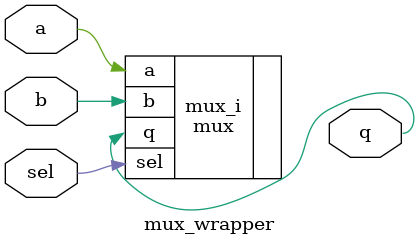
<source format=v>
`timescale 1 ps / 1 ps

module mux_wrapper
   (a,
    b,
    q,
    sel);
  input a;
  input b;
  output [0:0]q;
  input sel;

  wire a;
  wire b;
  wire [0:0]q;
  wire sel;

  mux mux_i
       (.a(a),
        .b(b),
        .q(q),
        .sel(sel));
endmodule

</source>
